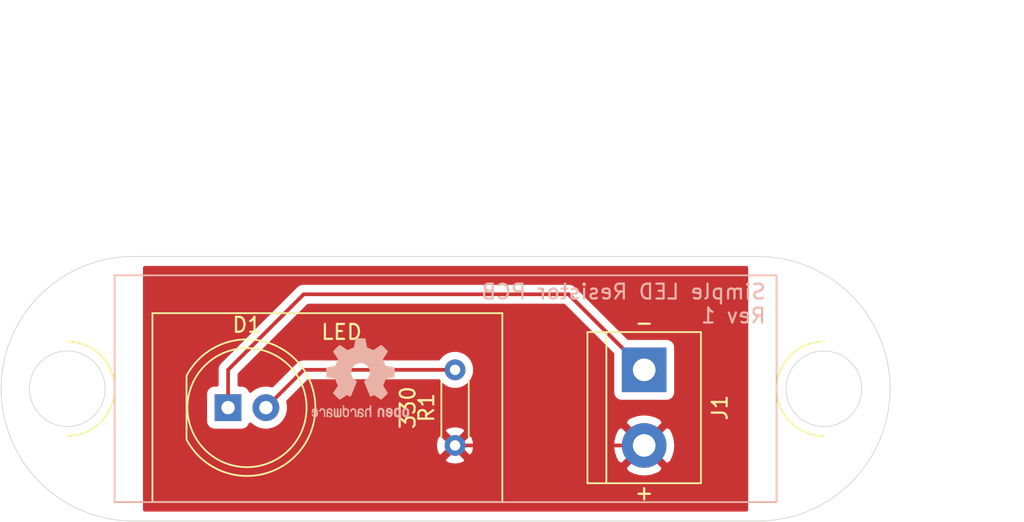
<source format=kicad_pcb>
(kicad_pcb (version 20171130) (host pcbnew "(5.1.9)-1")

  (general
    (thickness 1.6)
    (drawings 28)
    (tracks 8)
    (zones 0)
    (modules 4)
    (nets 4)
  )

  (page A4)
  (title_block
    (title "A Simple PCB")
    (date 2021-01-05)
    (rev 1)
    (company N/A)
    (comment 1 https://github.com/mhorne1)
  )

  (layers
    (0 F.Cu signal)
    (31 B.Cu signal)
    (32 B.Adhes user)
    (33 F.Adhes user)
    (34 B.Paste user)
    (35 F.Paste user)
    (36 B.SilkS user)
    (37 F.SilkS user)
    (38 B.Mask user)
    (39 F.Mask user)
    (40 Dwgs.User user)
    (41 Cmts.User user)
    (42 Eco1.User user)
    (43 Eco2.User user)
    (44 Edge.Cuts user)
    (45 Margin user)
    (46 B.CrtYd user)
    (47 F.CrtYd user)
    (48 B.Fab user)
    (49 F.Fab user)
  )

  (setup
    (last_trace_width 0.25)
    (trace_clearance 0.2)
    (zone_clearance 0.508)
    (zone_45_only no)
    (trace_min 0.2)
    (via_size 0.8)
    (via_drill 0.4)
    (via_min_size 0.4)
    (via_min_drill 0.3)
    (uvia_size 0.3)
    (uvia_drill 0.1)
    (uvias_allowed no)
    (uvia_min_size 0.2)
    (uvia_min_drill 0.1)
    (edge_width 0.05)
    (segment_width 0.2)
    (pcb_text_width 0.3)
    (pcb_text_size 1.5 1.5)
    (mod_edge_width 0.12)
    (mod_text_size 1 1)
    (mod_text_width 0.15)
    (pad_size 2.5 2.5)
    (pad_drill 2.5)
    (pad_to_mask_clearance 0)
    (aux_axis_origin 0 0)
    (visible_elements 7FFFFFFF)
    (pcbplotparams
      (layerselection 0x010fc_ffffffff)
      (usegerberextensions false)
      (usegerberattributes true)
      (usegerberadvancedattributes true)
      (creategerberjobfile true)
      (excludeedgelayer true)
      (linewidth 0.100000)
      (plotframeref false)
      (viasonmask false)
      (mode 1)
      (useauxorigin false)
      (hpglpennumber 1)
      (hpglpenspeed 20)
      (hpglpendiameter 15.000000)
      (psnegative false)
      (psa4output false)
      (plotreference true)
      (plotvalue true)
      (plotinvisibletext false)
      (padsonsilk false)
      (subtractmaskfromsilk false)
      (outputformat 1)
      (mirror false)
      (drillshape 1)
      (scaleselection 1)
      (outputdirectory ""))
  )

  (net 0 "")
  (net 1 GND)
  (net 2 "Net-(D1-Pad2)")
  (net 3 +5V)

  (net_class Default "This is the default net class."
    (clearance 0.2)
    (trace_width 0.25)
    (via_dia 0.8)
    (via_drill 0.4)
    (uvia_dia 0.3)
    (uvia_drill 0.1)
    (add_net +5V)
    (add_net GND)
    (add_net "Net-(D1-Pad2)")
  )

  (module TerminalBlock:TerminalBlock_bornier-2_P5.08mm (layer F.Cu) (tedit 59FF03AB) (tstamp 5FF67B08)
    (at 180.34 99.06 270)
    (descr "simple 2-pin terminal block, pitch 5.08mm, revamped version of bornier2")
    (tags "terminal block bornier2")
    (path /5FF67E33)
    (fp_text reference J1 (at 2.54 -5.08 90) (layer F.SilkS)
      (effects (font (size 1 1) (thickness 0.15)))
    )
    (fp_text value Conn_01x02_Male (at 2.54 5.08 90) (layer F.Fab)
      (effects (font (size 1 1) (thickness 0.15)))
    )
    (fp_text user %R (at 2.54 0 90) (layer F.Fab)
      (effects (font (size 1 1) (thickness 0.15)))
    )
    (fp_line (start -2.41 2.55) (end 7.49 2.55) (layer F.Fab) (width 0.1))
    (fp_line (start -2.46 -3.75) (end -2.46 3.75) (layer F.Fab) (width 0.1))
    (fp_line (start -2.46 3.75) (end 7.54 3.75) (layer F.Fab) (width 0.1))
    (fp_line (start 7.54 3.75) (end 7.54 -3.75) (layer F.Fab) (width 0.1))
    (fp_line (start 7.54 -3.75) (end -2.46 -3.75) (layer F.Fab) (width 0.1))
    (fp_line (start 7.62 2.54) (end -2.54 2.54) (layer F.SilkS) (width 0.12))
    (fp_line (start 7.62 3.81) (end 7.62 -3.81) (layer F.SilkS) (width 0.12))
    (fp_line (start 7.62 -3.81) (end -2.54 -3.81) (layer F.SilkS) (width 0.12))
    (fp_line (start -2.54 -3.81) (end -2.54 3.81) (layer F.SilkS) (width 0.12))
    (fp_line (start -2.54 3.81) (end 7.62 3.81) (layer F.SilkS) (width 0.12))
    (fp_line (start -2.71 -4) (end 7.79 -4) (layer F.CrtYd) (width 0.05))
    (fp_line (start -2.71 -4) (end -2.71 4) (layer F.CrtYd) (width 0.05))
    (fp_line (start 7.79 4) (end 7.79 -4) (layer F.CrtYd) (width 0.05))
    (fp_line (start 7.79 4) (end -2.71 4) (layer F.CrtYd) (width 0.05))
    (pad 2 thru_hole circle (at 5.08 0 270) (size 3 3) (drill 1.52) (layers *.Cu *.Mask)
      (net 3 +5V))
    (pad 1 thru_hole rect (at 0 0 270) (size 3 3) (drill 1.52) (layers *.Cu *.Mask)
      (net 1 GND))
    (model ${KISYS3DMOD}/TerminalBlock.3dshapes/TerminalBlock_bornier-2_P5.08mm.wrl
      (offset (xyz 2.539999961853027 0 0))
      (scale (xyz 1 1 1))
      (rotate (xyz 0 0 0))
    )
  )

  (module LED_THT:LED_D8.0mm (layer F.Cu) (tedit 587A3A7B) (tstamp 5FF52405)
    (at 152.4 101.6)
    (descr "LED, diameter 8.0mm, 2 pins, http://cdn-reichelt.de/documents/datenblatt/A500/LED8MMGE_LED8MMGN_LED8MMRT%23KIN.pdf")
    (tags "LED diameter 8.0mm 2 pins")
    (path /5FF3BFE0)
    (fp_text reference D1 (at 1.27 -5.56) (layer F.SilkS)
      (effects (font (size 1 1) (thickness 0.15)))
    )
    (fp_text value LED (at 1.27 5.56) (layer F.Fab)
      (effects (font (size 1 1) (thickness 0.15)))
    )
    (fp_circle (center 1.27 0) (end 5.27 0) (layer F.Fab) (width 0.1))
    (fp_circle (center 1.27 0) (end 5.27 0) (layer F.SilkS) (width 0.12))
    (fp_line (start -2.73 -2.061553) (end -2.73 2.061553) (layer F.Fab) (width 0.1))
    (fp_line (start -2.79 -2.142) (end -2.79 2.142) (layer F.SilkS) (width 0.12))
    (fp_line (start -3.55 -4.85) (end -3.55 4.85) (layer F.CrtYd) (width 0.05))
    (fp_line (start -3.55 4.85) (end 6.1 4.85) (layer F.CrtYd) (width 0.05))
    (fp_line (start 6.1 4.85) (end 6.1 -4.85) (layer F.CrtYd) (width 0.05))
    (fp_line (start 6.1 -4.85) (end -3.55 -4.85) (layer F.CrtYd) (width 0.05))
    (fp_arc (start 1.27 0) (end -2.73 -2.061553) (angle 305.5) (layer F.Fab) (width 0.1))
    (fp_arc (start 1.27 0) (end -2.79 -2.141145) (angle 152.2) (layer F.SilkS) (width 0.12))
    (fp_arc (start 1.27 0) (end -2.79 2.141145) (angle -152.2) (layer F.SilkS) (width 0.12))
    (pad 1 thru_hole rect (at 0 0) (size 1.8 1.8) (drill 0.9) (layers *.Cu *.Mask)
      (net 1 GND))
    (pad 2 thru_hole circle (at 2.54 0) (size 1.8 1.8) (drill 0.9) (layers *.Cu *.Mask)
      (net 2 "Net-(D1-Pad2)"))
    (model ${KISYS3DMOD}/LED_THT.3dshapes/LED_D8.0mm.wrl
      (at (xyz 0 0 0))
      (scale (xyz 1 1 1))
      (rotate (xyz 0 0 0))
    )
  )

  (module Resistor_THT:R_Axial_DIN0204_L3.6mm_D1.6mm_P5.08mm_Horizontal (layer F.Cu) (tedit 5AE5139B) (tstamp 5FF52418)
    (at 167.64 104.14 90)
    (descr "Resistor, Axial_DIN0204 series, Axial, Horizontal, pin pitch=5.08mm, 0.167W, length*diameter=3.6*1.6mm^2, http://cdn-reichelt.de/documents/datenblatt/B400/1_4W%23YAG.pdf")
    (tags "Resistor Axial_DIN0204 series Axial Horizontal pin pitch 5.08mm 0.167W length 3.6mm diameter 1.6mm")
    (path /5FF40041)
    (fp_text reference R1 (at 2.54 -1.92 90) (layer F.SilkS)
      (effects (font (size 1 1) (thickness 0.15)))
    )
    (fp_text value R (at 2.54 1.92 90) (layer F.Fab)
      (effects (font (size 1 1) (thickness 0.15)))
    )
    (fp_line (start 0.74 -0.8) (end 0.74 0.8) (layer F.Fab) (width 0.1))
    (fp_line (start 0.74 0.8) (end 4.34 0.8) (layer F.Fab) (width 0.1))
    (fp_line (start 4.34 0.8) (end 4.34 -0.8) (layer F.Fab) (width 0.1))
    (fp_line (start 4.34 -0.8) (end 0.74 -0.8) (layer F.Fab) (width 0.1))
    (fp_line (start 0 0) (end 0.74 0) (layer F.Fab) (width 0.1))
    (fp_line (start 5.08 0) (end 4.34 0) (layer F.Fab) (width 0.1))
    (fp_line (start 0.62 -0.92) (end 4.46 -0.92) (layer F.SilkS) (width 0.12))
    (fp_line (start 0.62 0.92) (end 4.46 0.92) (layer F.SilkS) (width 0.12))
    (fp_line (start -0.95 -1.05) (end -0.95 1.05) (layer F.CrtYd) (width 0.05))
    (fp_line (start -0.95 1.05) (end 6.03 1.05) (layer F.CrtYd) (width 0.05))
    (fp_line (start 6.03 1.05) (end 6.03 -1.05) (layer F.CrtYd) (width 0.05))
    (fp_line (start 6.03 -1.05) (end -0.95 -1.05) (layer F.CrtYd) (width 0.05))
    (fp_text user %R (at 2.54 0 90) (layer F.Fab)
      (effects (font (size 0.72 0.72) (thickness 0.108)))
    )
    (pad 1 thru_hole circle (at 0 0 90) (size 1.4 1.4) (drill 0.7) (layers *.Cu *.Mask)
      (net 3 +5V))
    (pad 2 thru_hole oval (at 5.08 0 90) (size 1.4 1.4) (drill 0.7) (layers *.Cu *.Mask)
      (net 2 "Net-(D1-Pad2)"))
    (model ${KISYS3DMOD}/Resistor_THT.3dshapes/R_Axial_DIN0204_L3.6mm_D1.6mm_P5.08mm_Horizontal.wrl
      (at (xyz 0 0 0))
      (scale (xyz 1 1 1))
      (rotate (xyz 0 0 0))
    )
  )

  (module Symbol:OSHW-Logo2_7.3x6mm_SilkScreen (layer B.Cu) (tedit 0) (tstamp 5FF648AA)
    (at 161.29 99.695 180)
    (descr "Open Source Hardware Symbol")
    (tags "Logo Symbol OSHW")
    (attr virtual)
    (fp_text reference REF** (at 0 0 180) (layer B.SilkS) hide
      (effects (font (size 1 1) (thickness 0.15)) (justify mirror))
    )
    (fp_text value OSHW-Logo2_7.3x6mm_SilkScreen (at 0.75 0 180) (layer B.Fab) hide
      (effects (font (size 1 1) (thickness 0.15)) (justify mirror))
    )
    (fp_poly (pts (xy 0.10391 2.757652) (xy 0.182454 2.757222) (xy 0.239298 2.756058) (xy 0.278105 2.753793)
      (xy 0.302538 2.75006) (xy 0.316262 2.744494) (xy 0.32294 2.736727) (xy 0.326236 2.726395)
      (xy 0.326556 2.725057) (xy 0.331562 2.700921) (xy 0.340829 2.653299) (xy 0.353392 2.587259)
      (xy 0.368287 2.507872) (xy 0.384551 2.420204) (xy 0.385119 2.417125) (xy 0.40141 2.331211)
      (xy 0.416652 2.255304) (xy 0.429861 2.193955) (xy 0.440054 2.151718) (xy 0.446248 2.133145)
      (xy 0.446543 2.132816) (xy 0.464788 2.123747) (xy 0.502405 2.108633) (xy 0.551271 2.090738)
      (xy 0.551543 2.090642) (xy 0.613093 2.067507) (xy 0.685657 2.038035) (xy 0.754057 2.008403)
      (xy 0.757294 2.006938) (xy 0.868702 1.956374) (xy 1.115399 2.12484) (xy 1.191077 2.176197)
      (xy 1.259631 2.222111) (xy 1.317088 2.25997) (xy 1.359476 2.287163) (xy 1.382825 2.301079)
      (xy 1.385042 2.302111) (xy 1.40201 2.297516) (xy 1.433701 2.275345) (xy 1.481352 2.234553)
      (xy 1.546198 2.174095) (xy 1.612397 2.109773) (xy 1.676214 2.046388) (xy 1.733329 1.988549)
      (xy 1.780305 1.939825) (xy 1.813703 1.90379) (xy 1.830085 1.884016) (xy 1.830694 1.882998)
      (xy 1.832505 1.869428) (xy 1.825683 1.847267) (xy 1.80854 1.813522) (xy 1.779393 1.7652)
      (xy 1.736555 1.699308) (xy 1.679448 1.614483) (xy 1.628766 1.539823) (xy 1.583461 1.47286)
      (xy 1.54615 1.417484) (xy 1.519452 1.37758) (xy 1.505985 1.357038) (xy 1.505137 1.355644)
      (xy 1.506781 1.335962) (xy 1.519245 1.297707) (xy 1.540048 1.248111) (xy 1.547462 1.232272)
      (xy 1.579814 1.16171) (xy 1.614328 1.081647) (xy 1.642365 1.012371) (xy 1.662568 0.960955)
      (xy 1.678615 0.921881) (xy 1.687888 0.901459) (xy 1.689041 0.899886) (xy 1.706096 0.897279)
      (xy 1.746298 0.890137) (xy 1.804302 0.879477) (xy 1.874763 0.866315) (xy 1.952335 0.851667)
      (xy 2.031672 0.836551) (xy 2.107431 0.821982) (xy 2.174264 0.808978) (xy 2.226828 0.798555)
      (xy 2.259776 0.79173) (xy 2.267857 0.789801) (xy 2.276205 0.785038) (xy 2.282506 0.774282)
      (xy 2.287045 0.753902) (xy 2.290104 0.720266) (xy 2.291967 0.669745) (xy 2.292918 0.598708)
      (xy 2.29324 0.503524) (xy 2.293257 0.464508) (xy 2.293257 0.147201) (xy 2.217057 0.132161)
      (xy 2.174663 0.124005) (xy 2.1114 0.112101) (xy 2.034962 0.097884) (xy 1.953043 0.08279)
      (xy 1.9304 0.078645) (xy 1.854806 0.063947) (xy 1.788953 0.049495) (xy 1.738366 0.036625)
      (xy 1.708574 0.026678) (xy 1.703612 0.023713) (xy 1.691426 0.002717) (xy 1.673953 -0.037967)
      (xy 1.654577 -0.090322) (xy 1.650734 -0.1016) (xy 1.625339 -0.171523) (xy 1.593817 -0.250418)
      (xy 1.562969 -0.321266) (xy 1.562817 -0.321595) (xy 1.511447 -0.432733) (xy 1.680399 -0.681253)
      (xy 1.849352 -0.929772) (xy 1.632429 -1.147058) (xy 1.566819 -1.211726) (xy 1.506979 -1.268733)
      (xy 1.456267 -1.315033) (xy 1.418046 -1.347584) (xy 1.395675 -1.363343) (xy 1.392466 -1.364343)
      (xy 1.373626 -1.356469) (xy 1.33518 -1.334578) (xy 1.28133 -1.301267) (xy 1.216276 -1.259131)
      (xy 1.14594 -1.211943) (xy 1.074555 -1.16381) (xy 1.010908 -1.121928) (xy 0.959041 -1.088871)
      (xy 0.922995 -1.067218) (xy 0.906867 -1.059543) (xy 0.887189 -1.066037) (xy 0.849875 -1.08315)
      (xy 0.802621 -1.107326) (xy 0.797612 -1.110013) (xy 0.733977 -1.141927) (xy 0.690341 -1.157579)
      (xy 0.663202 -1.157745) (xy 0.649057 -1.143204) (xy 0.648975 -1.143) (xy 0.641905 -1.125779)
      (xy 0.625042 -1.084899) (xy 0.599695 -1.023525) (xy 0.567171 -0.944819) (xy 0.528778 -0.851947)
      (xy 0.485822 -0.748072) (xy 0.444222 -0.647502) (xy 0.398504 -0.536516) (xy 0.356526 -0.433703)
      (xy 0.319548 -0.342215) (xy 0.288827 -0.265201) (xy 0.265622 -0.205815) (xy 0.25119 -0.167209)
      (xy 0.246743 -0.1528) (xy 0.257896 -0.136272) (xy 0.287069 -0.10993) (xy 0.325971 -0.080887)
      (xy 0.436757 0.010961) (xy 0.523351 0.116241) (xy 0.584716 0.232734) (xy 0.619815 0.358224)
      (xy 0.627608 0.490493) (xy 0.621943 0.551543) (xy 0.591078 0.678205) (xy 0.53792 0.790059)
      (xy 0.465767 0.885999) (xy 0.377917 0.964924) (xy 0.277665 1.02573) (xy 0.16831 1.067313)
      (xy 0.053147 1.088572) (xy -0.064525 1.088401) (xy -0.18141 1.065699) (xy -0.294211 1.019362)
      (xy -0.399631 0.948287) (xy -0.443632 0.908089) (xy -0.528021 0.804871) (xy -0.586778 0.692075)
      (xy -0.620296 0.57299) (xy -0.628965 0.450905) (xy -0.613177 0.329107) (xy -0.573322 0.210884)
      (xy -0.509793 0.099525) (xy -0.422979 -0.001684) (xy -0.325971 -0.080887) (xy -0.285563 -0.111162)
      (xy -0.257018 -0.137219) (xy -0.246743 -0.152825) (xy -0.252123 -0.169843) (xy -0.267425 -0.2105)
      (xy -0.291388 -0.271642) (xy -0.322756 -0.350119) (xy -0.360268 -0.44278) (xy -0.402667 -0.546472)
      (xy -0.444337 -0.647526) (xy -0.49031 -0.758607) (xy -0.532893 -0.861541) (xy -0.570779 -0.953165)
      (xy -0.60266 -1.030316) (xy -0.627229 -1.089831) (xy -0.64318 -1.128544) (xy -0.64909 -1.143)
      (xy -0.663052 -1.157685) (xy -0.69006 -1.157642) (xy -0.733587 -1.142099) (xy -0.79711 -1.110284)
      (xy -0.797612 -1.110013) (xy -0.84544 -1.085323) (xy -0.884103 -1.067338) (xy -0.905905 -1.059614)
      (xy -0.906867 -1.059543) (xy -0.923279 -1.067378) (xy -0.959513 -1.089165) (xy -1.011526 -1.122328)
      (xy -1.075275 -1.164291) (xy -1.14594 -1.211943) (xy -1.217884 -1.260191) (xy -1.282726 -1.302151)
      (xy -1.336265 -1.335227) (xy -1.374303 -1.356821) (xy -1.392467 -1.364343) (xy -1.409192 -1.354457)
      (xy -1.44282 -1.326826) (xy -1.48999 -1.284495) (xy -1.547342 -1.230505) (xy -1.611516 -1.167899)
      (xy -1.632503 -1.146983) (xy -1.849501 -0.929623) (xy -1.684332 -0.68722) (xy -1.634136 -0.612781)
      (xy -1.590081 -0.545972) (xy -1.554638 -0.490665) (xy -1.530281 -0.450729) (xy -1.519478 -0.430036)
      (xy -1.519162 -0.428563) (xy -1.524857 -0.409058) (xy -1.540174 -0.369822) (xy -1.562463 -0.31743)
      (xy -1.578107 -0.282355) (xy -1.607359 -0.215201) (xy -1.634906 -0.147358) (xy -1.656263 -0.090034)
      (xy -1.662065 -0.072572) (xy -1.678548 -0.025938) (xy -1.69466 0.010095) (xy -1.70351 0.023713)
      (xy -1.72304 0.032048) (xy -1.765666 0.043863) (xy -1.825855 0.057819) (xy -1.898078 0.072578)
      (xy -1.9304 0.078645) (xy -2.012478 0.093727) (xy -2.091205 0.108331) (xy -2.158891 0.12102)
      (xy -2.20784 0.130358) (xy -2.217057 0.132161) (xy -2.293257 0.147201) (xy -2.293257 0.464508)
      (xy -2.293086 0.568846) (xy -2.292384 0.647787) (xy -2.290866 0.704962) (xy -2.288251 0.744001)
      (xy -2.284254 0.768535) (xy -2.278591 0.782195) (xy -2.27098 0.788611) (xy -2.267857 0.789801)
      (xy -2.249022 0.79402) (xy -2.207412 0.802438) (xy -2.14837 0.814039) (xy -2.077243 0.827805)
      (xy -1.999375 0.84272) (xy -1.920113 0.857768) (xy -1.844802 0.871931) (xy -1.778787 0.884194)
      (xy -1.727413 0.893539) (xy -1.696025 0.89895) (xy -1.689041 0.899886) (xy -1.682715 0.912404)
      (xy -1.66871 0.945754) (xy -1.649645 0.993623) (xy -1.642366 1.012371) (xy -1.613004 1.084805)
      (xy -1.578429 1.16483) (xy -1.547463 1.232272) (xy -1.524677 1.283841) (xy -1.509518 1.326215)
      (xy -1.504458 1.352166) (xy -1.505264 1.355644) (xy -1.515959 1.372064) (xy -1.54038 1.408583)
      (xy -1.575905 1.461313) (xy -1.619913 1.526365) (xy -1.669783 1.599849) (xy -1.679644 1.614355)
      (xy -1.737508 1.700296) (xy -1.780044 1.765739) (xy -1.808946 1.813696) (xy -1.82591 1.84718)
      (xy -1.832633 1.869205) (xy -1.83081 1.882783) (xy -1.830764 1.882869) (xy -1.816414 1.900703)
      (xy -1.784677 1.935183) (xy -1.73899 1.982732) (xy -1.682796 2.039778) (xy -1.619532 2.102745)
      (xy -1.612398 2.109773) (xy -1.53267 2.18698) (xy -1.471143 2.24367) (xy -1.426579 2.28089)
      (xy -1.397743 2.299685) (xy -1.385042 2.302111) (xy -1.366506 2.291529) (xy -1.328039 2.267084)
      (xy -1.273614 2.231388) (xy -1.207202 2.187053) (xy -1.132775 2.136689) (xy -1.115399 2.12484)
      (xy -0.868703 1.956374) (xy -0.757294 2.006938) (xy -0.689543 2.036405) (xy -0.616817 2.066041)
      (xy -0.554297 2.08967) (xy -0.551543 2.090642) (xy -0.50264 2.108543) (xy -0.464943 2.12368)
      (xy -0.446575 2.13279) (xy -0.446544 2.132816) (xy -0.440715 2.149283) (xy -0.430808 2.189781)
      (xy -0.417805 2.249758) (xy -0.402691 2.32466) (xy -0.386448 2.409936) (xy -0.385119 2.417125)
      (xy -0.368825 2.504986) (xy -0.353867 2.58474) (xy -0.341209 2.651319) (xy -0.331814 2.699653)
      (xy -0.326646 2.724675) (xy -0.326556 2.725057) (xy -0.323411 2.735701) (xy -0.317296 2.743738)
      (xy -0.304547 2.749533) (xy -0.2815 2.753453) (xy -0.244491 2.755865) (xy -0.189856 2.757135)
      (xy -0.113933 2.757629) (xy -0.013056 2.757714) (xy 0 2.757714) (xy 0.10391 2.757652)) (layer B.SilkS) (width 0.01))
    (fp_poly (pts (xy 3.153595 -1.966966) (xy 3.211021 -2.004497) (xy 3.238719 -2.038096) (xy 3.260662 -2.099064)
      (xy 3.262405 -2.147308) (xy 3.258457 -2.211816) (xy 3.109686 -2.276934) (xy 3.037349 -2.310202)
      (xy 2.990084 -2.336964) (xy 2.965507 -2.360144) (xy 2.961237 -2.382667) (xy 2.974889 -2.407455)
      (xy 2.989943 -2.423886) (xy 3.033746 -2.450235) (xy 3.081389 -2.452081) (xy 3.125145 -2.431546)
      (xy 3.157289 -2.390752) (xy 3.163038 -2.376347) (xy 3.190576 -2.331356) (xy 3.222258 -2.312182)
      (xy 3.265714 -2.295779) (xy 3.265714 -2.357966) (xy 3.261872 -2.400283) (xy 3.246823 -2.435969)
      (xy 3.21528 -2.476943) (xy 3.210592 -2.482267) (xy 3.175506 -2.51872) (xy 3.145347 -2.538283)
      (xy 3.107615 -2.547283) (xy 3.076335 -2.55023) (xy 3.020385 -2.550965) (xy 2.980555 -2.54166)
      (xy 2.955708 -2.527846) (xy 2.916656 -2.497467) (xy 2.889625 -2.464613) (xy 2.872517 -2.423294)
      (xy 2.863238 -2.367521) (xy 2.859693 -2.291305) (xy 2.85941 -2.252622) (xy 2.860372 -2.206247)
      (xy 2.948007 -2.206247) (xy 2.949023 -2.231126) (xy 2.951556 -2.2352) (xy 2.968274 -2.229665)
      (xy 3.004249 -2.215017) (xy 3.052331 -2.19419) (xy 3.062386 -2.189714) (xy 3.123152 -2.158814)
      (xy 3.156632 -2.131657) (xy 3.16399 -2.10622) (xy 3.146391 -2.080481) (xy 3.131856 -2.069109)
      (xy 3.07941 -2.046364) (xy 3.030322 -2.050122) (xy 2.989227 -2.077884) (xy 2.960758 -2.127152)
      (xy 2.951631 -2.166257) (xy 2.948007 -2.206247) (xy 2.860372 -2.206247) (xy 2.861285 -2.162249)
      (xy 2.868196 -2.095384) (xy 2.881884 -2.046695) (xy 2.904096 -2.010849) (xy 2.936574 -1.982513)
      (xy 2.950733 -1.973355) (xy 3.015053 -1.949507) (xy 3.085473 -1.948006) (xy 3.153595 -1.966966)) (layer B.SilkS) (width 0.01))
    (fp_poly (pts (xy 2.6526 -1.958752) (xy 2.669948 -1.966334) (xy 2.711356 -1.999128) (xy 2.746765 -2.046547)
      (xy 2.768664 -2.097151) (xy 2.772229 -2.122098) (xy 2.760279 -2.156927) (xy 2.734067 -2.175357)
      (xy 2.705964 -2.186516) (xy 2.693095 -2.188572) (xy 2.686829 -2.173649) (xy 2.674456 -2.141175)
      (xy 2.669028 -2.126502) (xy 2.63859 -2.075744) (xy 2.59452 -2.050427) (xy 2.53801 -2.051206)
      (xy 2.533825 -2.052203) (xy 2.503655 -2.066507) (xy 2.481476 -2.094393) (xy 2.466327 -2.139287)
      (xy 2.45725 -2.204615) (xy 2.453286 -2.293804) (xy 2.452914 -2.341261) (xy 2.45273 -2.416071)
      (xy 2.451522 -2.467069) (xy 2.448309 -2.499471) (xy 2.442109 -2.518495) (xy 2.43194 -2.529356)
      (xy 2.416819 -2.537272) (xy 2.415946 -2.53767) (xy 2.386828 -2.549981) (xy 2.372403 -2.554514)
      (xy 2.370186 -2.540809) (xy 2.368289 -2.502925) (xy 2.366847 -2.445715) (xy 2.365998 -2.374027)
      (xy 2.365829 -2.321565) (xy 2.366692 -2.220047) (xy 2.37007 -2.143032) (xy 2.377142 -2.086023)
      (xy 2.389088 -2.044526) (xy 2.40709 -2.014043) (xy 2.432327 -1.99008) (xy 2.457247 -1.973355)
      (xy 2.517171 -1.951097) (xy 2.586911 -1.946076) (xy 2.6526 -1.958752)) (layer B.SilkS) (width 0.01))
    (fp_poly (pts (xy 2.144876 -1.956335) (xy 2.186667 -1.975344) (xy 2.219469 -1.998378) (xy 2.243503 -2.024133)
      (xy 2.260097 -2.057358) (xy 2.270577 -2.1028) (xy 2.276271 -2.165207) (xy 2.278507 -2.249327)
      (xy 2.278743 -2.304721) (xy 2.278743 -2.520826) (xy 2.241774 -2.53767) (xy 2.212656 -2.549981)
      (xy 2.198231 -2.554514) (xy 2.195472 -2.541025) (xy 2.193282 -2.504653) (xy 2.191942 -2.451542)
      (xy 2.191657 -2.409372) (xy 2.190434 -2.348447) (xy 2.187136 -2.300115) (xy 2.182321 -2.270518)
      (xy 2.178496 -2.264229) (xy 2.152783 -2.270652) (xy 2.112418 -2.287125) (xy 2.065679 -2.309458)
      (xy 2.020845 -2.333457) (xy 1.986193 -2.35493) (xy 1.970002 -2.369685) (xy 1.969938 -2.369845)
      (xy 1.97133 -2.397152) (xy 1.983818 -2.423219) (xy 2.005743 -2.444392) (xy 2.037743 -2.451474)
      (xy 2.065092 -2.450649) (xy 2.103826 -2.450042) (xy 2.124158 -2.459116) (xy 2.136369 -2.483092)
      (xy 2.137909 -2.487613) (xy 2.143203 -2.521806) (xy 2.129047 -2.542568) (xy 2.092148 -2.552462)
      (xy 2.052289 -2.554292) (xy 1.980562 -2.540727) (xy 1.943432 -2.521355) (xy 1.897576 -2.475845)
      (xy 1.873256 -2.419983) (xy 1.871073 -2.360957) (xy 1.891629 -2.305953) (xy 1.922549 -2.271486)
      (xy 1.95342 -2.252189) (xy 2.001942 -2.227759) (xy 2.058485 -2.202985) (xy 2.06791 -2.199199)
      (xy 2.130019 -2.171791) (xy 2.165822 -2.147634) (xy 2.177337 -2.123619) (xy 2.16658 -2.096635)
      (xy 2.148114 -2.075543) (xy 2.104469 -2.049572) (xy 2.056446 -2.047624) (xy 2.012406 -2.067637)
      (xy 1.980709 -2.107551) (xy 1.976549 -2.117848) (xy 1.952327 -2.155724) (xy 1.916965 -2.183842)
      (xy 1.872343 -2.206917) (xy 1.872343 -2.141485) (xy 1.874969 -2.101506) (xy 1.88623 -2.069997)
      (xy 1.911199 -2.036378) (xy 1.935169 -2.010484) (xy 1.972441 -1.973817) (xy 2.001401 -1.954121)
      (xy 2.032505 -1.94622) (xy 2.067713 -1.944914) (xy 2.144876 -1.956335)) (layer B.SilkS) (width 0.01))
    (fp_poly (pts (xy 1.779833 -1.958663) (xy 1.782048 -1.99685) (xy 1.783784 -2.054886) (xy 1.784899 -2.12818)
      (xy 1.785257 -2.205055) (xy 1.785257 -2.465196) (xy 1.739326 -2.511127) (xy 1.707675 -2.539429)
      (xy 1.67989 -2.550893) (xy 1.641915 -2.550168) (xy 1.62684 -2.548321) (xy 1.579726 -2.542948)
      (xy 1.540756 -2.539869) (xy 1.531257 -2.539585) (xy 1.499233 -2.541445) (xy 1.453432 -2.546114)
      (xy 1.435674 -2.548321) (xy 1.392057 -2.551735) (xy 1.362745 -2.54432) (xy 1.33368 -2.521427)
      (xy 1.323188 -2.511127) (xy 1.277257 -2.465196) (xy 1.277257 -1.978602) (xy 1.314226 -1.961758)
      (xy 1.346059 -1.949282) (xy 1.364683 -1.944914) (xy 1.369458 -1.958718) (xy 1.373921 -1.997286)
      (xy 1.377775 -2.056356) (xy 1.380722 -2.131663) (xy 1.382143 -2.195286) (xy 1.386114 -2.445657)
      (xy 1.420759 -2.450556) (xy 1.452268 -2.447131) (xy 1.467708 -2.436041) (xy 1.472023 -2.415308)
      (xy 1.475708 -2.371145) (xy 1.478469 -2.309146) (xy 1.480012 -2.234909) (xy 1.480235 -2.196706)
      (xy 1.480457 -1.976783) (xy 1.526166 -1.960849) (xy 1.558518 -1.950015) (xy 1.576115 -1.944962)
      (xy 1.576623 -1.944914) (xy 1.578388 -1.958648) (xy 1.580329 -1.99673) (xy 1.582282 -2.054482)
      (xy 1.584084 -2.127227) (xy 1.585343 -2.195286) (xy 1.589314 -2.445657) (xy 1.6764 -2.445657)
      (xy 1.680396 -2.21724) (xy 1.684392 -1.988822) (xy 1.726847 -1.966868) (xy 1.758192 -1.951793)
      (xy 1.776744 -1.944951) (xy 1.777279 -1.944914) (xy 1.779833 -1.958663)) (layer B.SilkS) (width 0.01))
    (fp_poly (pts (xy 1.190117 -2.065358) (xy 1.189933 -2.173837) (xy 1.189219 -2.257287) (xy 1.187675 -2.319704)
      (xy 1.185001 -2.365085) (xy 1.180894 -2.397429) (xy 1.175055 -2.420733) (xy 1.167182 -2.438995)
      (xy 1.161221 -2.449418) (xy 1.111855 -2.505945) (xy 1.049264 -2.541377) (xy 0.980013 -2.55409)
      (xy 0.910668 -2.542463) (xy 0.869375 -2.521568) (xy 0.826025 -2.485422) (xy 0.796481 -2.441276)
      (xy 0.778655 -2.383462) (xy 0.770463 -2.306313) (xy 0.769302 -2.249714) (xy 0.769458 -2.245647)
      (xy 0.870857 -2.245647) (xy 0.871476 -2.31055) (xy 0.874314 -2.353514) (xy 0.88084 -2.381622)
      (xy 0.892523 -2.401953) (xy 0.906483 -2.417288) (xy 0.953365 -2.44689) (xy 1.003701 -2.449419)
      (xy 1.051276 -2.424705) (xy 1.054979 -2.421356) (xy 1.070783 -2.403935) (xy 1.080693 -2.383209)
      (xy 1.086058 -2.352362) (xy 1.088228 -2.304577) (xy 1.088571 -2.251748) (xy 1.087827 -2.185381)
      (xy 1.084748 -2.141106) (xy 1.078061 -2.112009) (xy 1.066496 -2.091173) (xy 1.057013 -2.080107)
      (xy 1.01296 -2.052198) (xy 0.962224 -2.048843) (xy 0.913796 -2.070159) (xy 0.90445 -2.078073)
      (xy 0.88854 -2.095647) (xy 0.87861 -2.116587) (xy 0.873278 -2.147782) (xy 0.871163 -2.196122)
      (xy 0.870857 -2.245647) (xy 0.769458 -2.245647) (xy 0.77281 -2.158568) (xy 0.784726 -2.090086)
      (xy 0.807135 -2.0386) (xy 0.842124 -1.998443) (xy 0.869375 -1.977861) (xy 0.918907 -1.955625)
      (xy 0.976316 -1.945304) (xy 1.029682 -1.948067) (xy 1.059543 -1.959212) (xy 1.071261 -1.962383)
      (xy 1.079037 -1.950557) (xy 1.084465 -1.918866) (xy 1.088571 -1.870593) (xy 1.093067 -1.816829)
      (xy 1.099313 -1.784482) (xy 1.110676 -1.765985) (xy 1.130528 -1.75377) (xy 1.143 -1.748362)
      (xy 1.190171 -1.728601) (xy 1.190117 -2.065358)) (layer B.SilkS) (width 0.01))
    (fp_poly (pts (xy 0.529926 -1.949755) (xy 0.595858 -1.974084) (xy 0.649273 -2.017117) (xy 0.670164 -2.047409)
      (xy 0.692939 -2.102994) (xy 0.692466 -2.143186) (xy 0.668562 -2.170217) (xy 0.659717 -2.174813)
      (xy 0.62153 -2.189144) (xy 0.602028 -2.185472) (xy 0.595422 -2.161407) (xy 0.595086 -2.148114)
      (xy 0.582992 -2.09921) (xy 0.551471 -2.064999) (xy 0.507659 -2.048476) (xy 0.458695 -2.052634)
      (xy 0.418894 -2.074227) (xy 0.40545 -2.086544) (xy 0.395921 -2.101487) (xy 0.389485 -2.124075)
      (xy 0.385317 -2.159328) (xy 0.382597 -2.212266) (xy 0.380502 -2.287907) (xy 0.37996 -2.311857)
      (xy 0.377981 -2.39379) (xy 0.375731 -2.451455) (xy 0.372357 -2.489608) (xy 0.367006 -2.513004)
      (xy 0.358824 -2.526398) (xy 0.346959 -2.534545) (xy 0.339362 -2.538144) (xy 0.307102 -2.550452)
      (xy 0.288111 -2.554514) (xy 0.281836 -2.540948) (xy 0.278006 -2.499934) (xy 0.2766 -2.430999)
      (xy 0.277598 -2.333669) (xy 0.277908 -2.318657) (xy 0.280101 -2.229859) (xy 0.282693 -2.165019)
      (xy 0.286382 -2.119067) (xy 0.291864 -2.086935) (xy 0.299835 -2.063553) (xy 0.310993 -2.043852)
      (xy 0.31683 -2.03541) (xy 0.350296 -1.998057) (xy 0.387727 -1.969003) (xy 0.392309 -1.966467)
      (xy 0.459426 -1.946443) (xy 0.529926 -1.949755)) (layer B.SilkS) (width 0.01))
    (fp_poly (pts (xy 0.039744 -1.950968) (xy 0.096616 -1.972087) (xy 0.097267 -1.972493) (xy 0.13244 -1.99838)
      (xy 0.158407 -2.028633) (xy 0.17667 -2.068058) (xy 0.188732 -2.121462) (xy 0.196096 -2.193651)
      (xy 0.200264 -2.289432) (xy 0.200629 -2.303078) (xy 0.205876 -2.508842) (xy 0.161716 -2.531678)
      (xy 0.129763 -2.54711) (xy 0.11047 -2.554423) (xy 0.109578 -2.554514) (xy 0.106239 -2.541022)
      (xy 0.103587 -2.504626) (xy 0.101956 -2.451452) (xy 0.1016 -2.408393) (xy 0.101592 -2.338641)
      (xy 0.098403 -2.294837) (xy 0.087288 -2.273944) (xy 0.063501 -2.272925) (xy 0.022296 -2.288741)
      (xy -0.039914 -2.317815) (xy -0.085659 -2.341963) (xy -0.109187 -2.362913) (xy -0.116104 -2.385747)
      (xy -0.116114 -2.386877) (xy -0.104701 -2.426212) (xy -0.070908 -2.447462) (xy -0.019191 -2.450539)
      (xy 0.018061 -2.450006) (xy 0.037703 -2.460735) (xy 0.049952 -2.486505) (xy 0.057002 -2.519337)
      (xy 0.046842 -2.537966) (xy 0.043017 -2.540632) (xy 0.007001 -2.55134) (xy -0.043434 -2.552856)
      (xy -0.095374 -2.545759) (xy -0.132178 -2.532788) (xy -0.183062 -2.489585) (xy -0.211986 -2.429446)
      (xy -0.217714 -2.382462) (xy -0.213343 -2.340082) (xy -0.197525 -2.305488) (xy -0.166203 -2.274763)
      (xy -0.115322 -2.24399) (xy -0.040824 -2.209252) (xy -0.036286 -2.207288) (xy 0.030821 -2.176287)
      (xy 0.072232 -2.150862) (xy 0.089981 -2.128014) (xy 0.086107 -2.104745) (xy 0.062643 -2.078056)
      (xy 0.055627 -2.071914) (xy 0.00863 -2.0481) (xy -0.040067 -2.049103) (xy -0.082478 -2.072451)
      (xy -0.110616 -2.115675) (xy -0.113231 -2.12416) (xy -0.138692 -2.165308) (xy -0.170999 -2.185128)
      (xy -0.217714 -2.20477) (xy -0.217714 -2.15395) (xy -0.203504 -2.080082) (xy -0.161325 -2.012327)
      (xy -0.139376 -1.989661) (xy -0.089483 -1.960569) (xy -0.026033 -1.9474) (xy 0.039744 -1.950968)) (layer B.SilkS) (width 0.01))
    (fp_poly (pts (xy -0.624114 -1.851289) (xy -0.619861 -1.910613) (xy -0.614975 -1.945572) (xy -0.608205 -1.96082)
      (xy -0.598298 -1.961015) (xy -0.595086 -1.959195) (xy -0.552356 -1.946015) (xy -0.496773 -1.946785)
      (xy -0.440263 -1.960333) (xy -0.404918 -1.977861) (xy -0.368679 -2.005861) (xy -0.342187 -2.037549)
      (xy -0.324001 -2.077813) (xy -0.312678 -2.131543) (xy -0.306778 -2.203626) (xy -0.304857 -2.298951)
      (xy -0.304823 -2.317237) (xy -0.3048 -2.522646) (xy -0.350509 -2.53858) (xy -0.382973 -2.54942)
      (xy -0.400785 -2.554468) (xy -0.401309 -2.554514) (xy -0.403063 -2.540828) (xy -0.404556 -2.503076)
      (xy -0.405674 -2.446224) (xy -0.406303 -2.375234) (xy -0.4064 -2.332073) (xy -0.406602 -2.246973)
      (xy -0.407642 -2.185981) (xy -0.410169 -2.144177) (xy -0.414836 -2.116642) (xy -0.422293 -2.098456)
      (xy -0.433189 -2.084698) (xy -0.439993 -2.078073) (xy -0.486728 -2.051375) (xy -0.537728 -2.049375)
      (xy -0.583999 -2.071955) (xy -0.592556 -2.080107) (xy -0.605107 -2.095436) (xy -0.613812 -2.113618)
      (xy -0.619369 -2.139909) (xy -0.622474 -2.179562) (xy -0.623824 -2.237832) (xy -0.624114 -2.318173)
      (xy -0.624114 -2.522646) (xy -0.669823 -2.53858) (xy -0.702287 -2.54942) (xy -0.720099 -2.554468)
      (xy -0.720623 -2.554514) (xy -0.721963 -2.540623) (xy -0.723172 -2.501439) (xy -0.724199 -2.4407)
      (xy -0.724998 -2.362141) (xy -0.725519 -2.269498) (xy -0.725714 -2.166509) (xy -0.725714 -1.769342)
      (xy -0.678543 -1.749444) (xy -0.631371 -1.729547) (xy -0.624114 -1.851289)) (layer B.SilkS) (width 0.01))
    (fp_poly (pts (xy -1.831697 -1.931239) (xy -1.774473 -1.969735) (xy -1.730251 -2.025335) (xy -1.703833 -2.096086)
      (xy -1.69849 -2.148162) (xy -1.699097 -2.169893) (xy -1.704178 -2.186531) (xy -1.718145 -2.201437)
      (xy -1.745411 -2.217973) (xy -1.790388 -2.239498) (xy -1.857489 -2.269374) (xy -1.857829 -2.269524)
      (xy -1.919593 -2.297813) (xy -1.970241 -2.322933) (xy -2.004596 -2.342179) (xy -2.017482 -2.352848)
      (xy -2.017486 -2.352934) (xy -2.006128 -2.376166) (xy -1.979569 -2.401774) (xy -1.949077 -2.420221)
      (xy -1.93363 -2.423886) (xy -1.891485 -2.411212) (xy -1.855192 -2.379471) (xy -1.837483 -2.344572)
      (xy -1.820448 -2.318845) (xy -1.787078 -2.289546) (xy -1.747851 -2.264235) (xy -1.713244 -2.250471)
      (xy -1.706007 -2.249714) (xy -1.697861 -2.26216) (xy -1.69737 -2.293972) (xy -1.703357 -2.336866)
      (xy -1.714643 -2.382558) (xy -1.73005 -2.422761) (xy -1.730829 -2.424322) (xy -1.777196 -2.489062)
      (xy -1.837289 -2.533097) (xy -1.905535 -2.554711) (xy -1.976362 -2.552185) (xy -2.044196 -2.523804)
      (xy -2.047212 -2.521808) (xy -2.100573 -2.473448) (xy -2.13566 -2.410352) (xy -2.155078 -2.327387)
      (xy -2.157684 -2.304078) (xy -2.162299 -2.194055) (xy -2.156767 -2.142748) (xy -2.017486 -2.142748)
      (xy -2.015676 -2.174753) (xy -2.005778 -2.184093) (xy -1.981102 -2.177105) (xy -1.942205 -2.160587)
      (xy -1.898725 -2.139881) (xy -1.897644 -2.139333) (xy -1.860791 -2.119949) (xy -1.846 -2.107013)
      (xy -1.849647 -2.093451) (xy -1.865005 -2.075632) (xy -1.904077 -2.049845) (xy -1.946154 -2.04795)
      (xy -1.983897 -2.066717) (xy -2.009966 -2.102915) (xy -2.017486 -2.142748) (xy -2.156767 -2.142748)
      (xy -2.152806 -2.106027) (xy -2.12845 -2.036212) (xy -2.094544 -1.987302) (xy -2.033347 -1.937878)
      (xy -1.965937 -1.913359) (xy -1.89712 -1.911797) (xy -1.831697 -1.931239)) (layer B.SilkS) (width 0.01))
    (fp_poly (pts (xy -2.958885 -1.921962) (xy -2.890855 -1.957733) (xy -2.840649 -2.015301) (xy -2.822815 -2.052312)
      (xy -2.808937 -2.107882) (xy -2.801833 -2.178096) (xy -2.80116 -2.254727) (xy -2.806573 -2.329552)
      (xy -2.81773 -2.394342) (xy -2.834286 -2.440873) (xy -2.839374 -2.448887) (xy -2.899645 -2.508707)
      (xy -2.971231 -2.544535) (xy -3.048908 -2.55502) (xy -3.127452 -2.53881) (xy -3.149311 -2.529092)
      (xy -3.191878 -2.499143) (xy -3.229237 -2.459433) (xy -3.232768 -2.454397) (xy -3.247119 -2.430124)
      (xy -3.256606 -2.404178) (xy -3.26221 -2.370022) (xy -3.264914 -2.321119) (xy -3.265701 -2.250935)
      (xy -3.265714 -2.2352) (xy -3.265678 -2.230192) (xy -3.120571 -2.230192) (xy -3.119727 -2.29643)
      (xy -3.116404 -2.340386) (xy -3.109417 -2.368779) (xy -3.097584 -2.388325) (xy -3.091543 -2.394857)
      (xy -3.056814 -2.41968) (xy -3.023097 -2.418548) (xy -2.989005 -2.397016) (xy -2.968671 -2.374029)
      (xy -2.956629 -2.340478) (xy -2.949866 -2.287569) (xy -2.949402 -2.281399) (xy -2.948248 -2.185513)
      (xy -2.960312 -2.114299) (xy -2.98543 -2.068194) (xy -3.02344 -2.047635) (xy -3.037008 -2.046514)
      (xy -3.072636 -2.052152) (xy -3.097006 -2.071686) (xy -3.111907 -2.109042) (xy -3.119125 -2.16815)
      (xy -3.120571 -2.230192) (xy -3.265678 -2.230192) (xy -3.265174 -2.160413) (xy -3.262904 -2.108159)
      (xy -3.257932 -2.071949) (xy -3.249287 -2.045299) (xy -3.235995 -2.021722) (xy -3.233057 -2.017338)
      (xy -3.183687 -1.958249) (xy -3.129891 -1.923947) (xy -3.064398 -1.910331) (xy -3.042158 -1.909665)
      (xy -2.958885 -1.921962)) (layer B.SilkS) (width 0.01))
    (fp_poly (pts (xy -1.283907 -1.92778) (xy -1.237328 -1.954723) (xy -1.204943 -1.981466) (xy -1.181258 -2.009484)
      (xy -1.164941 -2.043748) (xy -1.154661 -2.089227) (xy -1.149086 -2.150892) (xy -1.146884 -2.233711)
      (xy -1.146629 -2.293246) (xy -1.146629 -2.512391) (xy -1.208314 -2.540044) (xy -1.27 -2.567697)
      (xy -1.277257 -2.32767) (xy -1.280256 -2.238028) (xy -1.283402 -2.172962) (xy -1.287299 -2.128026)
      (xy -1.292553 -2.09877) (xy -1.299769 -2.080748) (xy -1.30955 -2.069511) (xy -1.312688 -2.067079)
      (xy -1.360239 -2.048083) (xy -1.408303 -2.0556) (xy -1.436914 -2.075543) (xy -1.448553 -2.089675)
      (xy -1.456609 -2.10822) (xy -1.461729 -2.136334) (xy -1.464559 -2.179173) (xy -1.465744 -2.241895)
      (xy -1.465943 -2.307261) (xy -1.465982 -2.389268) (xy -1.467386 -2.447316) (xy -1.472086 -2.486465)
      (xy -1.482013 -2.51178) (xy -1.499097 -2.528323) (xy -1.525268 -2.541156) (xy -1.560225 -2.554491)
      (xy -1.598404 -2.569007) (xy -1.593859 -2.311389) (xy -1.592029 -2.218519) (xy -1.589888 -2.149889)
      (xy -1.586819 -2.100711) (xy -1.582206 -2.066198) (xy -1.575432 -2.041562) (xy -1.565881 -2.022016)
      (xy -1.554366 -2.00477) (xy -1.49881 -1.94968) (xy -1.43102 -1.917822) (xy -1.357287 -1.910191)
      (xy -1.283907 -1.92778)) (layer B.SilkS) (width 0.01))
    (fp_poly (pts (xy -2.400256 -1.919918) (xy -2.344799 -1.947568) (xy -2.295852 -1.99848) (xy -2.282371 -2.017338)
      (xy -2.267686 -2.042015) (xy -2.258158 -2.068816) (xy -2.252707 -2.104587) (xy -2.250253 -2.156169)
      (xy -2.249714 -2.224267) (xy -2.252148 -2.317588) (xy -2.260606 -2.387657) (xy -2.276826 -2.439931)
      (xy -2.302546 -2.479869) (xy -2.339503 -2.512929) (xy -2.342218 -2.514886) (xy -2.37864 -2.534908)
      (xy -2.422498 -2.544815) (xy -2.478276 -2.547257) (xy -2.568952 -2.547257) (xy -2.56899 -2.635283)
      (xy -2.569834 -2.684308) (xy -2.574976 -2.713065) (xy -2.588413 -2.730311) (xy -2.614142 -2.744808)
      (xy -2.620321 -2.747769) (xy -2.649236 -2.761648) (xy -2.671624 -2.770414) (xy -2.688271 -2.771171)
      (xy -2.699964 -2.761023) (xy -2.70749 -2.737073) (xy -2.711634 -2.696426) (xy -2.713185 -2.636186)
      (xy -2.712929 -2.553455) (xy -2.711651 -2.445339) (xy -2.711252 -2.413) (xy -2.709815 -2.301524)
      (xy -2.708528 -2.228603) (xy -2.569029 -2.228603) (xy -2.568245 -2.290499) (xy -2.56476 -2.330997)
      (xy -2.556876 -2.357708) (xy -2.542895 -2.378244) (xy -2.533403 -2.38826) (xy -2.494596 -2.417567)
      (xy -2.460237 -2.419952) (xy -2.424784 -2.39575) (xy -2.423886 -2.394857) (xy -2.409461 -2.376153)
      (xy -2.400687 -2.350732) (xy -2.396261 -2.311584) (xy -2.394882 -2.251697) (xy -2.394857 -2.23843)
      (xy -2.398188 -2.155901) (xy -2.409031 -2.098691) (xy -2.42866 -2.063766) (xy -2.45835 -2.048094)
      (xy -2.475509 -2.046514) (xy -2.516234 -2.053926) (xy -2.544168 -2.07833) (xy -2.560983 -2.12298)
      (xy -2.56835 -2.19113) (xy -2.569029 -2.228603) (xy -2.708528 -2.228603) (xy -2.708292 -2.215245)
      (xy -2.706323 -2.150333) (xy -2.70355 -2.102958) (xy -2.699612 -2.06929) (xy -2.694151 -2.045498)
      (xy -2.686808 -2.027753) (xy -2.677223 -2.012224) (xy -2.673113 -2.006381) (xy -2.618595 -1.951185)
      (xy -2.549664 -1.91989) (xy -2.469928 -1.911165) (xy -2.400256 -1.919918)) (layer B.SilkS) (width 0.01))
  )

  (dimension 59.69 (width 0.15) (layer Dwgs.User)
    (gr_text "59.690 mm" (at 167.005 74.9) (layer Dwgs.User)
      (effects (font (size 1 1) (thickness 0.15)))
    )
    (feature1 (pts (xy 196.85 100.33) (xy 196.85 75.613579)))
    (feature2 (pts (xy 137.16 100.33) (xy 137.16 75.613579)))
    (crossbar (pts (xy 137.16 76.2) (xy 196.85 76.2)))
    (arrow1a (pts (xy 196.85 76.2) (xy 195.723496 76.786421)))
    (arrow1b (pts (xy 196.85 76.2) (xy 195.723496 75.613579)))
    (arrow2a (pts (xy 137.16 76.2) (xy 138.286504 76.786421)))
    (arrow2b (pts (xy 137.16 76.2) (xy 138.286504 75.613579)))
  )
  (dimension 17.78 (width 0.15) (layer Dwgs.User)
    (gr_text "17.780 mm" (at 204.5 100.33 270) (layer Dwgs.User)
      (effects (font (size 1 1) (thickness 0.15)))
    )
    (feature1 (pts (xy 187.96 109.22) (xy 203.786421 109.22)))
    (feature2 (pts (xy 187.96 91.44) (xy 203.786421 91.44)))
    (crossbar (pts (xy 203.2 91.44) (xy 203.2 109.22)))
    (arrow1a (pts (xy 203.2 109.22) (xy 202.613579 108.093496)))
    (arrow1b (pts (xy 203.2 109.22) (xy 203.786421 108.093496)))
    (arrow2a (pts (xy 203.2 91.44) (xy 202.613579 92.566504)))
    (arrow2b (pts (xy 203.2 91.44) (xy 203.786421 92.566504)))
  )
  (dimension 50.8 (width 0.15) (layer Dwgs.User)
    (gr_text "50.800 mm" (at 167.005 81.25) (layer Dwgs.User)
      (effects (font (size 1 1) (thickness 0.15)))
    )
    (feature1 (pts (xy 192.405 100.33) (xy 192.405 81.963579)))
    (feature2 (pts (xy 141.605 100.33) (xy 141.605 81.963579)))
    (crossbar (pts (xy 141.605 82.55) (xy 192.405 82.55)))
    (arrow1a (pts (xy 192.405 82.55) (xy 191.278496 83.136421)))
    (arrow1b (pts (xy 192.405 82.55) (xy 191.278496 81.963579)))
    (arrow2a (pts (xy 141.605 82.55) (xy 142.731504 83.136421)))
    (arrow2b (pts (xy 141.605 82.55) (xy 142.731504 81.963579)))
  )
  (gr_text "Simple LED Resistor PCB\nRev 1" (at 188.595 94.615) (layer B.SilkS)
    (effects (font (size 1 1) (thickness 0.15)) (justify left mirror))
  )
  (gr_text + (at 180.34 107.315) (layer F.SilkS) (tstamp 5FF667E0)
    (effects (font (size 1 1) (thickness 0.15)))
  )
  (gr_text - (at 180.34 95.885) (layer F.SilkS)
    (effects (font (size 1 1) (thickness 0.15)))
  )
  (gr_text 330 (at 164.465 101.6 90) (layer F.SilkS)
    (effects (font (size 1 1) (thickness 0.15)))
  )
  (gr_text LED (at 160.02 96.52) (layer F.SilkS)
    (effects (font (size 1 1) (thickness 0.15)))
  )
  (gr_arc (start 141.605 100.33) (end 144.78 100.33) (angle 90) (layer F.SilkS) (width 0.12))
  (gr_arc (start 141.605 100.33) (end 141.605 97.155) (angle 90) (layer F.SilkS) (width 0.12))
  (gr_arc (start 192.405 100.33) (end 192.405 103.505) (angle 90) (layer F.SilkS) (width 0.12))
  (gr_arc (start 192.405 100.33) (end 189.23 100.33) (angle 90) (layer F.SilkS) (width 0.12))
  (gr_line (start 189.23 107.95) (end 144.78 107.95) (angle 90) (layer B.SilkS) (width 0.12))
  (gr_line (start 189.23 92.71) (end 189.23 107.95) (angle 90) (layer B.SilkS) (width 0.12))
  (gr_line (start 144.78 92.71) (end 189.23 92.71) (angle 90) (layer B.SilkS) (width 0.12))
  (gr_line (start 144.78 107.95) (end 144.78 92.71) (angle 90) (layer B.SilkS) (width 0.12))
  (gr_line (start 147.32 107.95) (end 170.815 107.95) (angle 90) (layer F.SilkS) (width 0.12))
  (gr_line (start 147.32 95.25) (end 147.32 107.95) (angle 90) (layer F.SilkS) (width 0.12))
  (gr_line (start 170.815 95.25) (end 147.32 95.25) (angle 90) (layer F.SilkS) (width 0.12))
  (gr_line (start 170.815 107.95) (end 170.815 95.25) (angle 90) (layer F.SilkS) (width 0.12))
  (gr_circle (center 141.605 100.33) (end 139.065 100.33) (layer Edge.Cuts) (width 0.05))
  (gr_circle (center 192.405 100.33) (end 194.945 100.33) (layer Edge.Cuts) (width 0.05))
  (gr_arc (start 146.05 100.33) (end 146.05 109.22) (angle 90) (layer Edge.Cuts) (width 0.05))
  (gr_arc (start 146.05 100.33) (end 137.16 100.33) (angle 90) (layer Edge.Cuts) (width 0.05))
  (gr_arc (start 187.96 100.33) (end 196.85 100.33) (angle 90) (layer Edge.Cuts) (width 0.05))
  (gr_arc (start 187.96 100.33) (end 187.96 91.44) (angle 90) (layer Edge.Cuts) (width 0.05))
  (gr_line (start 146.05 109.22) (end 187.96 109.22) (angle 90) (layer Edge.Cuts) (width 0.05))
  (gr_line (start 187.96 91.44) (end 146.05 91.44) (angle 90) (layer Edge.Cuts) (width 0.05))

  (segment (start 180.34 99.06) (end 175.26 93.98) (width 0.25) (layer F.Cu) (net 1))
  (segment (start 152.4 101.6) (end 152.4 99.06) (width 0.25) (layer F.Cu) (net 1) (status 400000))
  (segment (start 157.48 93.98) (end 175.26 93.98) (width 0.25) (layer F.Cu) (net 1) (tstamp 5FF52A0A))
  (segment (start 152.4 99.06) (end 157.48 93.98) (width 0.25) (layer F.Cu) (net 1) (tstamp 5FF52A08))
  (segment (start 175.26 93.98) (end 180.34 99.06) (width 0.25) (layer F.Cu) (net 1) (tstamp 5FF52A0C) (status 800000))
  (segment (start 157.48 99.06) (end 154.94 101.6) (width 0.25) (layer F.Cu) (net 2))
  (segment (start 167.64 99.06) (end 157.48 99.06) (width 0.25) (layer F.Cu) (net 2))
  (segment (start 167.64 104.14) (end 180.34 104.14) (width 0.25) (layer F.Cu) (net 3) (status C00000))

  (zone (net 3) (net_name +5V) (layer F.Cu) (tstamp 5FF66F27) (hatch edge 0.508)
    (connect_pads (clearance 0.508))
    (min_thickness 0.254)
    (fill yes (arc_segments 32) (thermal_gap 0.508) (thermal_bridge_width 0.508))
    (polygon
      (pts
        (xy 187.325 92.075) (xy 146.685 92.075) (xy 146.685 108.585) (xy 187.325 108.585)
      )
    )
    (filled_polygon
      (pts
        (xy 187.198 108.458) (xy 146.812 108.458) (xy 146.812 105.631653) (xy 179.027952 105.631653) (xy 179.183962 105.947214)
        (xy 179.558745 106.13802) (xy 179.963551 106.252044) (xy 180.382824 106.284902) (xy 180.800451 106.235334) (xy 181.200383 106.105243)
        (xy 181.496038 105.947214) (xy 181.652048 105.631653) (xy 180.34 104.319605) (xy 179.027952 105.631653) (xy 146.812 105.631653)
        (xy 146.812 105.061269) (xy 166.898336 105.061269) (xy 166.957797 105.295037) (xy 167.196242 105.405934) (xy 167.45174 105.468183)
        (xy 167.714473 105.47939) (xy 167.974344 105.439125) (xy 168.221366 105.348935) (xy 168.322203 105.295037) (xy 168.381664 105.061269)
        (xy 167.64 104.319605) (xy 166.898336 105.061269) (xy 146.812 105.061269) (xy 146.812 104.214473) (xy 166.30061 104.214473)
        (xy 166.340875 104.474344) (xy 166.431065 104.721366) (xy 166.484963 104.822203) (xy 166.718731 104.881664) (xy 167.460395 104.14)
        (xy 167.819605 104.14) (xy 168.561269 104.881664) (xy 168.795037 104.822203) (xy 168.905934 104.583758) (xy 168.968183 104.32826)
        (xy 168.974386 104.182824) (xy 178.195098 104.182824) (xy 178.244666 104.600451) (xy 178.374757 105.000383) (xy 178.532786 105.296038)
        (xy 178.848347 105.452048) (xy 180.160395 104.14) (xy 180.519605 104.14) (xy 181.831653 105.452048) (xy 182.147214 105.296038)
        (xy 182.33802 104.921255) (xy 182.452044 104.516449) (xy 182.484902 104.097176) (xy 182.435334 103.679549) (xy 182.305243 103.279617)
        (xy 182.147214 102.983962) (xy 181.831653 102.827952) (xy 180.519605 104.14) (xy 180.160395 104.14) (xy 178.848347 102.827952)
        (xy 178.532786 102.983962) (xy 178.34198 103.358745) (xy 178.227956 103.763551) (xy 178.195098 104.182824) (xy 168.974386 104.182824)
        (xy 168.97939 104.065527) (xy 168.939125 103.805656) (xy 168.848935 103.558634) (xy 168.795037 103.457797) (xy 168.561269 103.398336)
        (xy 167.819605 104.14) (xy 167.460395 104.14) (xy 166.718731 103.398336) (xy 166.484963 103.457797) (xy 166.374066 103.696242)
        (xy 166.311817 103.95174) (xy 166.30061 104.214473) (xy 146.812 104.214473) (xy 146.812 103.218731) (xy 166.898336 103.218731)
        (xy 167.64 103.960395) (xy 168.381664 103.218731) (xy 168.322203 102.984963) (xy 168.083758 102.874066) (xy 167.82826 102.811817)
        (xy 167.565527 102.80061) (xy 167.305656 102.840875) (xy 167.058634 102.931065) (xy 166.957797 102.984963) (xy 166.898336 103.218731)
        (xy 146.812 103.218731) (xy 146.812 100.7) (xy 150.861928 100.7) (xy 150.861928 102.5) (xy 150.874188 102.624482)
        (xy 150.910498 102.74418) (xy 150.969463 102.854494) (xy 151.048815 102.951185) (xy 151.145506 103.030537) (xy 151.25582 103.089502)
        (xy 151.375518 103.125812) (xy 151.5 103.138072) (xy 153.3 103.138072) (xy 153.424482 103.125812) (xy 153.54418 103.089502)
        (xy 153.654494 103.030537) (xy 153.751185 102.951185) (xy 153.830537 102.854494) (xy 153.889502 102.74418) (xy 153.895056 102.725873)
        (xy 153.961495 102.792312) (xy 154.212905 102.960299) (xy 154.492257 103.076011) (xy 154.788816 103.135) (xy 155.091184 103.135)
        (xy 155.387743 103.076011) (xy 155.667095 102.960299) (xy 155.918505 102.792312) (xy 156.06247 102.648347) (xy 179.027952 102.648347)
        (xy 180.34 103.960395) (xy 181.652048 102.648347) (xy 181.496038 102.332786) (xy 181.121255 102.14198) (xy 180.716449 102.027956)
        (xy 180.297176 101.995098) (xy 179.879549 102.044666) (xy 179.479617 102.174757) (xy 179.183962 102.332786) (xy 179.027952 102.648347)
        (xy 156.06247 102.648347) (xy 156.132312 102.578505) (xy 156.300299 102.327095) (xy 156.416011 102.047743) (xy 156.475 101.751184)
        (xy 156.475 101.448816) (xy 156.423731 101.19107) (xy 157.794803 99.82) (xy 166.542225 99.82) (xy 166.603038 99.911013)
        (xy 166.788987 100.096962) (xy 167.007641 100.243061) (xy 167.250595 100.343696) (xy 167.508514 100.395) (xy 167.771486 100.395)
        (xy 168.029405 100.343696) (xy 168.272359 100.243061) (xy 168.491013 100.096962) (xy 168.676962 99.911013) (xy 168.823061 99.692359)
        (xy 168.923696 99.449405) (xy 168.975 99.191486) (xy 168.975 98.928514) (xy 168.923696 98.670595) (xy 168.823061 98.427641)
        (xy 168.676962 98.208987) (xy 168.491013 98.023038) (xy 168.272359 97.876939) (xy 168.029405 97.776304) (xy 167.771486 97.725)
        (xy 167.508514 97.725) (xy 167.250595 97.776304) (xy 167.007641 97.876939) (xy 166.788987 98.023038) (xy 166.603038 98.208987)
        (xy 166.542225 98.3) (xy 157.517322 98.3) (xy 157.479999 98.296324) (xy 157.442676 98.3) (xy 157.442667 98.3)
        (xy 157.331014 98.310997) (xy 157.187753 98.354454) (xy 157.055724 98.425026) (xy 157.055722 98.425027) (xy 157.055723 98.425027)
        (xy 156.968996 98.496201) (xy 156.968992 98.496205) (xy 156.939999 98.519999) (xy 156.916205 98.548992) (xy 155.34893 100.116269)
        (xy 155.091184 100.065) (xy 154.788816 100.065) (xy 154.492257 100.123989) (xy 154.212905 100.239701) (xy 153.961495 100.407688)
        (xy 153.895056 100.474127) (xy 153.889502 100.45582) (xy 153.830537 100.345506) (xy 153.751185 100.248815) (xy 153.654494 100.169463)
        (xy 153.54418 100.110498) (xy 153.424482 100.074188) (xy 153.3 100.061928) (xy 153.16 100.061928) (xy 153.16 99.374801)
        (xy 157.794802 94.74) (xy 174.945199 94.74) (xy 178.201928 97.99673) (xy 178.201928 100.56) (xy 178.214188 100.684482)
        (xy 178.250498 100.80418) (xy 178.309463 100.914494) (xy 178.388815 101.011185) (xy 178.485506 101.090537) (xy 178.59582 101.149502)
        (xy 178.715518 101.185812) (xy 178.84 101.198072) (xy 181.84 101.198072) (xy 181.964482 101.185812) (xy 182.08418 101.149502)
        (xy 182.194494 101.090537) (xy 182.291185 101.011185) (xy 182.370537 100.914494) (xy 182.429502 100.80418) (xy 182.465812 100.684482)
        (xy 182.478072 100.56) (xy 182.478072 97.56) (xy 182.465812 97.435518) (xy 182.429502 97.31582) (xy 182.370537 97.205506)
        (xy 182.291185 97.108815) (xy 182.194494 97.029463) (xy 182.08418 96.970498) (xy 181.964482 96.934188) (xy 181.84 96.921928)
        (xy 179.27673 96.921928) (xy 175.823804 93.469003) (xy 175.800001 93.439999) (xy 175.684276 93.345026) (xy 175.552247 93.274454)
        (xy 175.408986 93.230997) (xy 175.297333 93.22) (xy 175.297322 93.22) (xy 175.26 93.216324) (xy 175.222678 93.22)
        (xy 157.517323 93.22) (xy 157.48 93.216324) (xy 157.442677 93.22) (xy 157.442667 93.22) (xy 157.331014 93.230997)
        (xy 157.212125 93.267061) (xy 157.187753 93.274454) (xy 157.055723 93.345026) (xy 156.972083 93.413668) (xy 156.939999 93.439999)
        (xy 156.916201 93.468997) (xy 151.888998 98.496201) (xy 151.86 98.519999) (xy 151.836202 98.548997) (xy 151.836201 98.548998)
        (xy 151.765026 98.635724) (xy 151.694454 98.767754) (xy 151.650998 98.911015) (xy 151.636324 99.06) (xy 151.640001 99.097332)
        (xy 151.640001 100.061928) (xy 151.5 100.061928) (xy 151.375518 100.074188) (xy 151.25582 100.110498) (xy 151.145506 100.169463)
        (xy 151.048815 100.248815) (xy 150.969463 100.345506) (xy 150.910498 100.45582) (xy 150.874188 100.575518) (xy 150.861928 100.7)
        (xy 146.812 100.7) (xy 146.812 92.202) (xy 187.198 92.202)
      )
    )
  )
)

</source>
